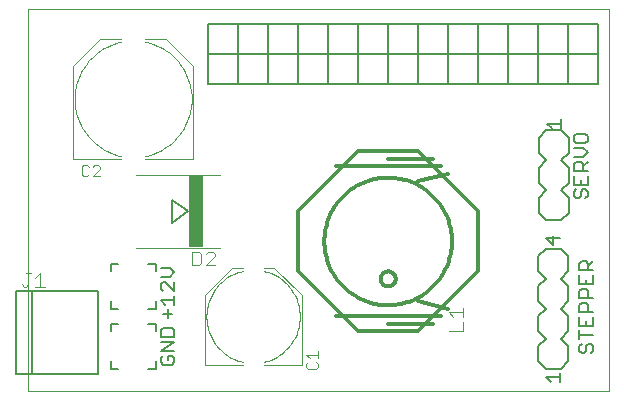
<source format=gto>
G75*
%MOIN*%
%OFA0B0*%
%FSLAX24Y24*%
%IPPOS*%
%LPD*%
%AMOC8*
5,1,8,0,0,1.08239X$1,22.5*
%
%ADD10C,0.0000*%
%ADD11C,0.0060*%
%ADD12C,0.0050*%
%ADD13C,0.0040*%
%ADD14C,0.0080*%
%ADD15R,0.0492X0.2441*%
%ADD16C,0.0030*%
%ADD17C,0.0120*%
D10*
X000680Y000680D02*
X000680Y013426D01*
X020050Y013426D01*
X020050Y000680D01*
X000680Y000680D01*
D11*
X003430Y001430D02*
X003430Y001680D01*
X003430Y001430D02*
X003680Y001430D01*
X004680Y001430D02*
X004930Y001430D01*
X004930Y001680D01*
X004930Y002680D02*
X004930Y002930D01*
X004680Y002930D01*
X004680Y003430D02*
X004930Y003430D01*
X004930Y003680D01*
X003680Y003430D02*
X003430Y003430D01*
X003430Y003680D01*
X003430Y002930D02*
X003680Y002930D01*
X003430Y002930D02*
X003430Y002680D01*
X003430Y004680D02*
X003430Y004930D01*
X003680Y004930D01*
X004680Y004930D02*
X004930Y004930D01*
X004930Y004680D01*
X017680Y004680D02*
X017930Y004430D01*
X017680Y004180D01*
X017680Y003680D01*
X017930Y003430D01*
X017680Y003180D01*
X017680Y002680D01*
X017930Y002430D01*
X017680Y002180D01*
X017680Y001680D01*
X017930Y001430D01*
X018430Y001430D01*
X018680Y001680D01*
X018680Y002180D01*
X018430Y002430D01*
X018680Y002680D01*
X018680Y003180D01*
X018430Y003430D01*
X018680Y003680D01*
X018680Y004180D01*
X018430Y004430D01*
X018680Y004680D01*
X018680Y005180D01*
X018430Y005430D01*
X017930Y005430D01*
X017680Y005180D01*
X017680Y004680D01*
X017954Y006391D02*
X018454Y006391D01*
X018704Y006641D01*
X018704Y007141D01*
X018454Y007391D01*
X018704Y007641D01*
X018704Y008141D01*
X018454Y008391D01*
X018704Y008641D01*
X018704Y009141D01*
X018454Y009391D01*
X017954Y009391D01*
X017704Y009141D01*
X017704Y008641D01*
X017954Y008391D01*
X017704Y008141D01*
X017704Y007641D01*
X017954Y007391D01*
X017704Y007141D01*
X017704Y006641D01*
X017954Y006391D01*
D12*
X018180Y005855D02*
X018180Y005555D01*
X017955Y005780D01*
X018405Y005780D01*
X019130Y005018D02*
X019280Y005018D01*
X019355Y004943D01*
X019355Y004717D01*
X019505Y004717D02*
X019055Y004717D01*
X019055Y004943D01*
X019130Y005018D01*
X019355Y004867D02*
X019505Y005018D01*
X019505Y004557D02*
X019505Y004257D01*
X019055Y004257D01*
X019055Y004557D01*
X019280Y004407D02*
X019280Y004257D01*
X019280Y004097D02*
X019130Y004097D01*
X019055Y004022D01*
X019055Y003797D01*
X019505Y003797D01*
X019355Y003797D02*
X019355Y004022D01*
X019280Y004097D01*
X019280Y003636D02*
X019130Y003636D01*
X019055Y003561D01*
X019055Y003336D01*
X019505Y003336D01*
X019355Y003336D02*
X019355Y003561D01*
X019280Y003636D01*
X019505Y003176D02*
X019505Y002876D01*
X019055Y002876D01*
X019055Y003176D01*
X019280Y003026D02*
X019280Y002876D01*
X019055Y002716D02*
X019055Y002415D01*
X019055Y002566D02*
X019505Y002566D01*
X019430Y002255D02*
X019355Y002255D01*
X019280Y002180D01*
X019280Y002030D01*
X019205Y001955D01*
X019130Y001955D01*
X019055Y002030D01*
X019055Y002180D01*
X019130Y002255D01*
X019430Y002255D02*
X019505Y002180D01*
X019505Y002030D01*
X019430Y001955D01*
X018405Y001305D02*
X018405Y001005D01*
X018405Y001155D02*
X017955Y001155D01*
X018105Y001005D01*
X018953Y007114D02*
X019028Y007114D01*
X019103Y007189D01*
X019103Y007339D01*
X019178Y007414D01*
X019254Y007414D01*
X019329Y007339D01*
X019329Y007189D01*
X019254Y007114D01*
X018953Y007114D02*
X018878Y007189D01*
X018878Y007339D01*
X018953Y007414D01*
X018878Y007574D02*
X019329Y007574D01*
X019329Y007874D01*
X019329Y008034D02*
X018878Y008034D01*
X018878Y008260D01*
X018953Y008335D01*
X019103Y008335D01*
X019178Y008260D01*
X019178Y008034D01*
X018878Y007874D02*
X018878Y007574D01*
X019103Y007574D02*
X019103Y007724D01*
X019178Y008185D02*
X019329Y008335D01*
X019178Y008495D02*
X019329Y008645D01*
X019178Y008795D01*
X018878Y008795D01*
X018953Y008955D02*
X019254Y008955D01*
X019329Y009030D01*
X019329Y009180D01*
X019254Y009255D01*
X018953Y009255D01*
X018878Y009180D01*
X018878Y009030D01*
X018953Y008955D01*
X018878Y008495D02*
X019178Y008495D01*
X018429Y009455D02*
X018429Y009755D01*
X018429Y009605D02*
X017978Y009605D01*
X018128Y009455D01*
X017680Y010930D02*
X016680Y010930D01*
X016680Y012930D01*
X015680Y012930D01*
X015680Y010930D01*
X014680Y010930D01*
X014680Y012930D01*
X013680Y012930D01*
X013680Y010930D01*
X012680Y010930D01*
X012680Y012930D01*
X011680Y012930D01*
X011680Y010930D01*
X010680Y010930D01*
X010680Y012930D01*
X009680Y012930D01*
X009680Y010930D01*
X008680Y010930D01*
X008680Y012930D01*
X007680Y012930D01*
X007680Y010930D01*
X006680Y010930D01*
X006680Y011930D01*
X019680Y011930D01*
X019680Y010930D01*
X018680Y010930D01*
X018680Y012930D01*
X017680Y012930D01*
X017680Y010930D01*
X018680Y010930D01*
X019680Y011930D02*
X019680Y012930D01*
X018680Y012930D01*
X017680Y012930D02*
X016680Y012930D01*
X015680Y012930D02*
X014680Y012930D01*
X013680Y012930D02*
X012680Y012930D01*
X011680Y012930D02*
X010680Y012930D01*
X009680Y012930D02*
X008680Y012930D01*
X007680Y012930D02*
X006680Y012930D01*
X006680Y011930D01*
X007680Y010930D02*
X008680Y010930D01*
X009680Y010930D02*
X010680Y010930D01*
X011680Y010930D02*
X012680Y010930D01*
X013680Y010930D02*
X014680Y010930D01*
X015680Y010930D02*
X016680Y010930D01*
X005555Y004645D02*
X005405Y004795D01*
X005105Y004795D01*
X005105Y004495D02*
X005405Y004495D01*
X005555Y004645D01*
X005555Y004334D02*
X005555Y004034D01*
X005255Y004334D01*
X005180Y004334D01*
X005105Y004259D01*
X005105Y004109D01*
X005180Y004034D01*
X005555Y003874D02*
X005555Y003574D01*
X005555Y003724D02*
X005105Y003724D01*
X005255Y003574D01*
X005330Y003414D02*
X005330Y003113D01*
X005180Y003264D02*
X005480Y003264D01*
X005480Y002795D02*
X005180Y002795D01*
X005105Y002720D01*
X005105Y002495D01*
X005555Y002495D01*
X005555Y002720D01*
X005480Y002795D01*
X005555Y002334D02*
X005105Y002334D01*
X005105Y002034D02*
X005555Y002334D01*
X005555Y002034D02*
X005105Y002034D01*
X005180Y001874D02*
X005105Y001799D01*
X005105Y001649D01*
X005180Y001574D01*
X005480Y001574D01*
X005555Y001649D01*
X005555Y001799D01*
X005480Y001874D01*
X005330Y001874D01*
X005330Y001724D01*
X003019Y001263D02*
X003019Y004019D01*
X000814Y004019D01*
X000814Y001263D01*
X003019Y001263D01*
X000814Y001263D02*
X000263Y001263D01*
X000263Y004019D01*
X000814Y004019D01*
D13*
X000921Y004169D02*
X001228Y004169D01*
X001074Y004169D02*
X001074Y004629D01*
X000921Y004475D01*
X000767Y004629D02*
X000614Y004629D01*
X000691Y004629D02*
X000691Y004245D01*
X000614Y004169D01*
X000537Y004169D01*
X000460Y004245D01*
X004278Y005458D02*
X007082Y005458D01*
X006908Y005261D02*
X006832Y005338D01*
X006678Y005338D01*
X006601Y005261D01*
X006448Y005261D02*
X006371Y005338D01*
X006141Y005338D01*
X006141Y004878D01*
X006371Y004878D01*
X006448Y004954D01*
X006448Y005261D01*
X006601Y004878D02*
X006908Y005184D01*
X006908Y005261D01*
X006908Y004878D02*
X006601Y004878D01*
X007471Y004794D02*
X007826Y004794D01*
X007471Y004794D02*
X006566Y003889D01*
X006566Y001566D01*
X007826Y001566D01*
X008534Y001566D02*
X009794Y001566D01*
X009794Y003889D01*
X008889Y004794D01*
X008534Y004794D01*
X008534Y004696D02*
X008611Y004676D01*
X008686Y004653D01*
X008760Y004625D01*
X008832Y004594D01*
X008903Y004559D01*
X008972Y004521D01*
X009038Y004479D01*
X009103Y004434D01*
X009165Y004386D01*
X009225Y004334D01*
X009282Y004280D01*
X009336Y004223D01*
X009388Y004163D01*
X009436Y004101D01*
X009481Y004036D01*
X009522Y003969D01*
X009560Y003900D01*
X009595Y003829D01*
X009626Y003757D01*
X009654Y003683D01*
X009677Y003608D01*
X009697Y003532D01*
X009713Y003454D01*
X009725Y003376D01*
X009733Y003298D01*
X009737Y003219D01*
X009737Y003141D01*
X009733Y003062D01*
X009725Y002984D01*
X009713Y002906D01*
X009697Y002828D01*
X009677Y002752D01*
X009654Y002677D01*
X009626Y002603D01*
X009595Y002531D01*
X009560Y002460D01*
X009522Y002391D01*
X009481Y002324D01*
X009436Y002259D01*
X009388Y002197D01*
X009336Y002137D01*
X009282Y002080D01*
X009225Y002026D01*
X009165Y001974D01*
X009103Y001926D01*
X009038Y001881D01*
X008972Y001839D01*
X008903Y001801D01*
X008832Y001766D01*
X008760Y001735D01*
X008686Y001707D01*
X008611Y001684D01*
X008534Y001664D01*
X007826Y001664D02*
X007749Y001684D01*
X007674Y001707D01*
X007600Y001735D01*
X007528Y001766D01*
X007457Y001801D01*
X007388Y001839D01*
X007322Y001881D01*
X007257Y001926D01*
X007195Y001974D01*
X007135Y002026D01*
X007078Y002080D01*
X007024Y002137D01*
X006972Y002197D01*
X006924Y002259D01*
X006879Y002324D01*
X006838Y002391D01*
X006800Y002460D01*
X006765Y002531D01*
X006734Y002603D01*
X006706Y002677D01*
X006683Y002752D01*
X006663Y002828D01*
X006647Y002906D01*
X006635Y002984D01*
X006627Y003062D01*
X006623Y003141D01*
X006623Y003219D01*
X006627Y003298D01*
X006635Y003376D01*
X006647Y003454D01*
X006663Y003532D01*
X006683Y003608D01*
X006706Y003683D01*
X006734Y003757D01*
X006765Y003829D01*
X006800Y003900D01*
X006838Y003969D01*
X006879Y004036D01*
X006924Y004101D01*
X006972Y004163D01*
X007024Y004223D01*
X007078Y004280D01*
X007135Y004334D01*
X007195Y004386D01*
X007257Y004434D01*
X007322Y004479D01*
X007388Y004521D01*
X007457Y004559D01*
X007528Y004594D01*
X007600Y004625D01*
X007674Y004653D01*
X007749Y004676D01*
X007826Y004696D01*
X007082Y007902D02*
X004278Y007902D01*
X004574Y008422D02*
X006188Y008422D01*
X006188Y011532D01*
X005282Y012438D01*
X004574Y012438D01*
X003786Y012438D02*
X003078Y012438D01*
X002172Y011532D01*
X002172Y008422D01*
X003786Y008422D01*
X003786Y008520D02*
X003701Y008540D01*
X003617Y008563D01*
X003534Y008590D01*
X003452Y008621D01*
X003372Y008655D01*
X003293Y008694D01*
X003216Y008735D01*
X003141Y008780D01*
X003068Y008828D01*
X002997Y008880D01*
X002929Y008934D01*
X002863Y008992D01*
X002800Y009052D01*
X002740Y009115D01*
X002682Y009181D01*
X002628Y009250D01*
X002576Y009320D01*
X002528Y009393D01*
X002484Y009469D01*
X002442Y009546D01*
X002404Y009624D01*
X002370Y009705D01*
X002339Y009787D01*
X002312Y009870D01*
X002289Y009954D01*
X002270Y010039D01*
X002254Y010125D01*
X002242Y010212D01*
X002234Y010299D01*
X002230Y010386D01*
X002230Y010474D01*
X002234Y010561D01*
X002242Y010648D01*
X002254Y010735D01*
X002270Y010821D01*
X002289Y010906D01*
X002312Y010990D01*
X002339Y011073D01*
X002370Y011155D01*
X002404Y011236D01*
X002442Y011314D01*
X002484Y011391D01*
X002528Y011467D01*
X002576Y011540D01*
X002628Y011610D01*
X002682Y011679D01*
X002740Y011745D01*
X002800Y011808D01*
X002863Y011868D01*
X002929Y011926D01*
X002997Y011980D01*
X003068Y012032D01*
X003141Y012080D01*
X003216Y012125D01*
X003293Y012166D01*
X003372Y012205D01*
X003452Y012239D01*
X003534Y012270D01*
X003617Y012297D01*
X003701Y012320D01*
X003786Y012340D01*
X004574Y012340D02*
X004659Y012320D01*
X004743Y012297D01*
X004826Y012270D01*
X004908Y012239D01*
X004988Y012205D01*
X005067Y012166D01*
X005144Y012125D01*
X005219Y012080D01*
X005292Y012032D01*
X005363Y011980D01*
X005431Y011926D01*
X005497Y011868D01*
X005560Y011808D01*
X005620Y011745D01*
X005678Y011679D01*
X005732Y011610D01*
X005784Y011540D01*
X005832Y011467D01*
X005876Y011391D01*
X005918Y011314D01*
X005956Y011236D01*
X005990Y011155D01*
X006021Y011073D01*
X006048Y010990D01*
X006071Y010906D01*
X006090Y010821D01*
X006106Y010735D01*
X006118Y010648D01*
X006126Y010561D01*
X006130Y010474D01*
X006130Y010386D01*
X006126Y010299D01*
X006118Y010212D01*
X006106Y010125D01*
X006090Y010039D01*
X006071Y009954D01*
X006048Y009870D01*
X006021Y009787D01*
X005990Y009705D01*
X005956Y009624D01*
X005918Y009546D01*
X005876Y009469D01*
X005832Y009393D01*
X005784Y009320D01*
X005732Y009250D01*
X005678Y009181D01*
X005620Y009115D01*
X005560Y009052D01*
X005497Y008992D01*
X005431Y008934D01*
X005363Y008880D01*
X005292Y008828D01*
X005219Y008780D01*
X005144Y008735D01*
X005067Y008694D01*
X004988Y008655D01*
X004908Y008621D01*
X004826Y008590D01*
X004743Y008563D01*
X004659Y008540D01*
X004574Y008520D01*
X014700Y003314D02*
X015160Y003314D01*
X015160Y003467D02*
X015160Y003160D01*
X015160Y003007D02*
X015160Y002700D01*
X014700Y002700D01*
X014853Y003160D02*
X014700Y003314D01*
D14*
X006007Y006680D02*
X005466Y007074D01*
X005466Y006286D01*
X006007Y006680D01*
D15*
X006261Y006680D03*
D16*
X003078Y007856D02*
X002831Y007856D01*
X003078Y008103D01*
X003078Y008165D01*
X003016Y008226D01*
X002892Y008226D01*
X002831Y008165D01*
X002709Y008165D02*
X002647Y008226D01*
X002524Y008226D01*
X002462Y008165D01*
X002462Y007918D01*
X002524Y007856D01*
X002647Y007856D01*
X002709Y007918D01*
X010327Y002032D02*
X010327Y001785D01*
X010327Y001909D02*
X009956Y001909D01*
X010080Y001785D01*
X010018Y001664D02*
X009956Y001602D01*
X009956Y001479D01*
X010018Y001417D01*
X010265Y001417D01*
X010327Y001479D01*
X010327Y001602D01*
X010265Y001664D01*
D17*
X011680Y002680D02*
X009680Y004680D01*
X009680Y006680D01*
X011680Y008680D01*
X013680Y008680D01*
X015680Y006680D01*
X015680Y004680D01*
X013680Y002680D01*
X011680Y002680D01*
X010930Y003180D02*
X014430Y003180D01*
X014680Y003430D02*
X013680Y003680D01*
X014180Y002930D02*
X012680Y002930D01*
X012430Y004430D02*
X012432Y004461D01*
X012438Y004492D01*
X012448Y004522D01*
X012461Y004550D01*
X012478Y004577D01*
X012498Y004601D01*
X012521Y004623D01*
X012546Y004641D01*
X012574Y004656D01*
X012603Y004668D01*
X012633Y004676D01*
X012664Y004680D01*
X012696Y004680D01*
X012727Y004676D01*
X012757Y004668D01*
X012786Y004656D01*
X012814Y004641D01*
X012839Y004623D01*
X012862Y004601D01*
X012882Y004577D01*
X012899Y004550D01*
X012912Y004522D01*
X012922Y004492D01*
X012928Y004461D01*
X012930Y004430D01*
X012928Y004399D01*
X012922Y004368D01*
X012912Y004338D01*
X012899Y004310D01*
X012882Y004283D01*
X012862Y004259D01*
X012839Y004237D01*
X012814Y004219D01*
X012786Y004204D01*
X012757Y004192D01*
X012727Y004184D01*
X012696Y004180D01*
X012664Y004180D01*
X012633Y004184D01*
X012603Y004192D01*
X012574Y004204D01*
X012546Y004219D01*
X012521Y004237D01*
X012498Y004259D01*
X012478Y004283D01*
X012461Y004310D01*
X012448Y004338D01*
X012438Y004368D01*
X012432Y004399D01*
X012430Y004430D01*
X010555Y005680D02*
X010557Y005772D01*
X010563Y005864D01*
X010573Y005955D01*
X010587Y006046D01*
X010605Y006137D01*
X010626Y006226D01*
X010652Y006315D01*
X010681Y006402D01*
X010715Y006488D01*
X010751Y006572D01*
X010792Y006655D01*
X010836Y006736D01*
X010883Y006815D01*
X010934Y006892D01*
X010988Y006966D01*
X011046Y007038D01*
X011106Y007108D01*
X011169Y007174D01*
X011235Y007238D01*
X011304Y007300D01*
X011376Y007358D01*
X011450Y007413D01*
X011526Y007464D01*
X011604Y007513D01*
X011685Y007557D01*
X011767Y007599D01*
X011851Y007637D01*
X011936Y007671D01*
X012023Y007701D01*
X012112Y007728D01*
X012201Y007750D01*
X012291Y007769D01*
X012382Y007784D01*
X012473Y007795D01*
X012565Y007802D01*
X012657Y007805D01*
X012749Y007804D01*
X012841Y007799D01*
X012933Y007790D01*
X013024Y007777D01*
X013114Y007760D01*
X013204Y007739D01*
X013293Y007715D01*
X013380Y007686D01*
X013467Y007654D01*
X013551Y007618D01*
X013634Y007579D01*
X013716Y007535D01*
X013795Y007489D01*
X013873Y007439D01*
X013948Y007386D01*
X014020Y007329D01*
X014090Y007269D01*
X014158Y007207D01*
X014223Y007141D01*
X014285Y007073D01*
X014343Y007002D01*
X014399Y006929D01*
X014452Y006853D01*
X014501Y006776D01*
X014547Y006696D01*
X014589Y006614D01*
X014627Y006530D01*
X014662Y006445D01*
X014694Y006359D01*
X014721Y006271D01*
X014745Y006182D01*
X014765Y006092D01*
X014781Y006001D01*
X014793Y005910D01*
X014801Y005818D01*
X014805Y005726D01*
X014805Y005634D01*
X014801Y005542D01*
X014793Y005450D01*
X014781Y005359D01*
X014765Y005268D01*
X014745Y005178D01*
X014721Y005089D01*
X014694Y005001D01*
X014662Y004915D01*
X014627Y004830D01*
X014589Y004746D01*
X014547Y004664D01*
X014501Y004584D01*
X014452Y004507D01*
X014399Y004431D01*
X014343Y004358D01*
X014285Y004287D01*
X014223Y004219D01*
X014158Y004153D01*
X014090Y004091D01*
X014020Y004031D01*
X013948Y003974D01*
X013873Y003921D01*
X013795Y003871D01*
X013716Y003825D01*
X013634Y003781D01*
X013551Y003742D01*
X013467Y003706D01*
X013380Y003674D01*
X013293Y003645D01*
X013204Y003621D01*
X013114Y003600D01*
X013024Y003583D01*
X012933Y003570D01*
X012841Y003561D01*
X012749Y003556D01*
X012657Y003555D01*
X012565Y003558D01*
X012473Y003565D01*
X012382Y003576D01*
X012291Y003591D01*
X012201Y003610D01*
X012112Y003632D01*
X012023Y003659D01*
X011936Y003689D01*
X011851Y003723D01*
X011767Y003761D01*
X011685Y003803D01*
X011604Y003847D01*
X011526Y003896D01*
X011450Y003947D01*
X011376Y004002D01*
X011304Y004060D01*
X011235Y004122D01*
X011169Y004186D01*
X011106Y004252D01*
X011046Y004322D01*
X010988Y004394D01*
X010934Y004468D01*
X010883Y004545D01*
X010836Y004624D01*
X010792Y004705D01*
X010751Y004788D01*
X010715Y004872D01*
X010681Y004958D01*
X010652Y005045D01*
X010626Y005134D01*
X010605Y005223D01*
X010587Y005314D01*
X010573Y005405D01*
X010563Y005496D01*
X010557Y005588D01*
X010555Y005680D01*
X013680Y007680D02*
X014680Y007930D01*
X014430Y008180D02*
X010930Y008180D01*
X012680Y008430D02*
X014180Y008430D01*
M02*

</source>
